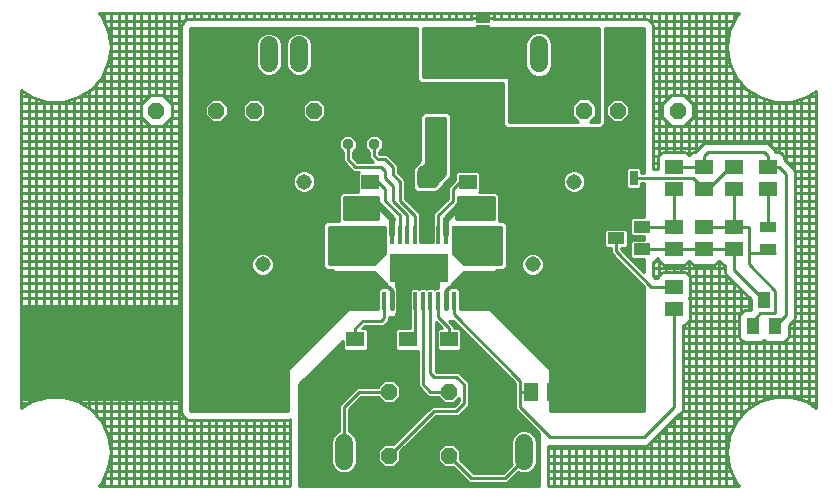
<source format=gbl>
G75*
G70*
%OFA0B0*%
%FSLAX24Y24*%
%IPPOS*%
%LPD*%
%AMOC8*
5,1,8,0,0,1.08239X$1,22.5*
%
%ADD10OC8,0.0520*%
%ADD11R,0.0591X0.0512*%
%ADD12R,0.0630X0.1063*%
%ADD13OC8,0.0400*%
%ADD14R,0.0118X0.0630*%
%ADD15R,0.1917X0.0945*%
%ADD16C,0.0515*%
%ADD17C,0.0600*%
%ADD18R,0.0551X0.0394*%
%ADD19R,0.0512X0.0591*%
%ADD20R,0.0551X0.0354*%
%ADD21R,0.0394X0.0551*%
%ADD22R,0.0250X0.0500*%
%ADD23R,0.0500X0.0250*%
%ADD24C,0.0100*%
%ADD25OC8,0.0357*%
%ADD26OC8,0.0278*%
%ADD27C,0.0200*%
%ADD28C,0.0240*%
D10*
X013900Y005375D03*
X015900Y005375D03*
X015900Y007500D03*
X013900Y007500D03*
X011400Y016875D03*
X009400Y016875D03*
X008150Y016875D03*
X006150Y016875D03*
X018400Y016875D03*
X020400Y016875D03*
X021525Y016875D03*
X023525Y016875D03*
D11*
X023400Y014999D03*
X023400Y014251D03*
X024400Y014251D03*
X024400Y014999D03*
X025400Y014999D03*
X025400Y014251D03*
X026525Y014251D03*
X026525Y014999D03*
X025400Y012999D03*
X025400Y012251D03*
X024400Y012251D03*
X024400Y012999D03*
X023400Y012999D03*
X023400Y012251D03*
X023400Y010999D03*
X023400Y010251D03*
X017275Y011251D03*
X017275Y011999D03*
X016525Y013751D03*
X016525Y014499D03*
X015150Y014624D03*
X015150Y013876D03*
X013275Y013751D03*
X013275Y014499D03*
X012400Y011999D03*
X012400Y011251D03*
X012775Y009249D03*
X012775Y008501D03*
X014525Y008501D03*
X014525Y009249D03*
X015900Y009249D03*
X015900Y008501D03*
D12*
X015451Y016125D03*
X014349Y016125D03*
D13*
X014668Y011887D03*
X015168Y011863D03*
X015680Y011875D03*
X015680Y011363D03*
X015180Y011387D03*
X014668Y011375D03*
X014156Y011363D03*
X014156Y011875D03*
D14*
X014260Y012727D03*
X014004Y012727D03*
X013748Y012727D03*
X013493Y012727D03*
X014516Y012727D03*
X014772Y012727D03*
X015028Y012727D03*
X015284Y012727D03*
X015540Y012727D03*
X015796Y012727D03*
X016052Y012727D03*
X016307Y012727D03*
X016307Y010523D03*
X016052Y010523D03*
X015796Y010523D03*
X015540Y010523D03*
X015284Y010523D03*
X015028Y010523D03*
X014772Y010523D03*
X014516Y010523D03*
X014260Y010523D03*
X014004Y010523D03*
X013748Y010523D03*
X013493Y010523D03*
D15*
X014900Y011625D03*
D16*
X018691Y011747D03*
X020069Y014503D03*
X011069Y014503D03*
X009691Y011747D03*
D17*
X011400Y005800D02*
X011400Y005200D01*
X012400Y005200D02*
X012400Y005800D01*
X017400Y005800D02*
X017400Y005200D01*
X018400Y005200D02*
X018400Y005800D01*
X018900Y018450D02*
X018900Y019050D01*
X019900Y019050D02*
X019900Y018450D01*
X015400Y018450D02*
X015400Y019050D01*
X014400Y019050D02*
X014400Y018450D01*
X010900Y018450D02*
X010900Y019050D01*
X009900Y019050D02*
X009900Y018450D01*
D18*
X021467Y012625D03*
X022333Y012251D03*
X022333Y012999D03*
D19*
X019399Y007500D03*
X018651Y007500D03*
D20*
X026525Y012251D03*
X026525Y012999D03*
D21*
X026400Y010558D03*
X026026Y009692D03*
X026774Y009692D03*
D22*
X022062Y014625D03*
X021738Y014625D03*
D23*
X017025Y019588D03*
X017025Y019912D03*
D24*
X010600Y004375D02*
X004223Y004375D01*
X004331Y004500D01*
X004550Y004979D01*
X004625Y005500D01*
X004550Y006021D01*
X004550Y006021D01*
X004331Y006500D01*
X004331Y006500D01*
X003986Y006898D01*
X003544Y007183D01*
X003038Y007331D01*
X002512Y007331D01*
X002235Y007250D01*
X001650Y007250D01*
X001650Y010375D01*
X006900Y010375D01*
X006900Y007250D01*
X003315Y007250D01*
X003038Y007331D01*
X002512Y007331D01*
X002006Y007183D01*
X001650Y006954D01*
X001650Y017546D01*
X002006Y017317D01*
X002006Y017317D01*
X002512Y017169D01*
X003038Y017169D01*
X003544Y017317D01*
X003986Y017602D01*
X004331Y018000D01*
X004550Y018479D01*
X004625Y019000D01*
X004550Y019521D01*
X004550Y019521D01*
X004331Y020000D01*
X004331Y020000D01*
X004227Y020120D01*
X025573Y020120D01*
X025469Y020000D01*
X025250Y019521D01*
X025175Y019000D01*
X025175Y019000D01*
X025250Y018479D01*
X025250Y018479D01*
X025469Y018000D01*
X025814Y017602D01*
X026256Y017317D01*
X026762Y017169D01*
X027288Y017169D01*
X027794Y017317D01*
X028142Y017541D01*
X028142Y006959D01*
X027794Y007183D01*
X027794Y007183D01*
X027288Y007331D01*
X026762Y007331D01*
X026256Y007183D01*
X025814Y006898D01*
X025469Y006500D01*
X025250Y006021D01*
X025175Y005500D01*
X025175Y005500D01*
X025250Y004979D01*
X025250Y004979D01*
X025469Y004500D01*
X025577Y004375D01*
X019200Y004375D01*
X025577Y004375D01*
X025469Y004500D02*
X025469Y004500D01*
X025412Y004625D02*
X019200Y004625D01*
X019200Y004875D02*
X025297Y004875D01*
X025400Y004650D02*
X025400Y004375D01*
X025150Y004375D02*
X025150Y011384D01*
X025146Y011388D02*
X025230Y011304D01*
X025953Y010581D01*
X025953Y010233D01*
X025955Y010228D01*
X025944Y010218D01*
X025779Y010218D01*
X025688Y010179D01*
X025617Y010109D01*
X025579Y010017D01*
X025579Y009367D01*
X025617Y009275D01*
X025688Y009204D01*
X025779Y009166D01*
X026273Y009166D01*
X026364Y009204D01*
X026400Y009240D01*
X026436Y009204D01*
X026527Y009166D01*
X027021Y009166D01*
X027112Y009204D01*
X027183Y009275D01*
X027221Y009367D01*
X027221Y009715D01*
X027404Y009898D01*
X027450Y010008D01*
X027450Y014810D01*
X027404Y014920D01*
X027154Y015170D01*
X027070Y015254D01*
X027070Y015305D01*
X027032Y015397D01*
X026962Y015467D01*
X026870Y015505D01*
X026796Y015505D01*
X026779Y015545D01*
X026695Y015629D01*
X026570Y015754D01*
X026460Y015800D01*
X024465Y015800D01*
X024355Y015754D01*
X024271Y015670D01*
X024146Y015545D01*
X024129Y015505D01*
X024055Y015505D01*
X023963Y015467D01*
X023900Y015404D01*
X023900Y016529D01*
X023996Y016625D02*
X028142Y016625D01*
X028142Y016375D02*
X023746Y016375D01*
X023736Y016365D02*
X024035Y016664D01*
X024035Y017086D01*
X023736Y017385D01*
X023314Y017385D01*
X023015Y017086D01*
X023015Y016664D01*
X023314Y016365D01*
X023736Y016365D01*
X023650Y016365D02*
X023650Y015505D01*
X023745Y015505D02*
X023055Y015505D01*
X022963Y015467D01*
X022893Y015397D01*
X022855Y015305D01*
X022855Y014925D01*
X022700Y014925D01*
X022700Y019685D01*
X022654Y019795D01*
X022570Y019879D01*
X022460Y019925D01*
X017416Y019925D01*
X017325Y019963D01*
X016725Y019963D01*
X016634Y019925D01*
X014685Y019925D01*
X014662Y019931D01*
X014626Y019925D01*
X007215Y019925D01*
X007105Y019879D01*
X007021Y019795D01*
X006975Y019685D01*
X006975Y006815D01*
X007021Y006705D01*
X007105Y006621D01*
X007215Y006575D01*
X008242Y006575D01*
X008269Y006569D01*
X008302Y006575D01*
X010585Y006575D01*
X010600Y006581D01*
X010600Y004375D01*
X004223Y004375D01*
X004331Y004500D02*
X004331Y004500D01*
X004388Y004625D02*
X010600Y004625D01*
X010600Y004875D02*
X004503Y004875D01*
X004550Y004979D02*
X004550Y004979D01*
X004571Y005125D02*
X010600Y005125D01*
X010600Y005375D02*
X004607Y005375D01*
X004607Y005625D02*
X010600Y005625D01*
X010600Y005875D02*
X004571Y005875D01*
X004503Y006125D02*
X010600Y006125D01*
X010600Y006375D02*
X004388Y006375D01*
X004400Y006350D02*
X004400Y018150D01*
X004388Y018125D02*
X006975Y018125D01*
X006975Y017875D02*
X004223Y017875D01*
X004150Y017791D02*
X004150Y006709D01*
X004223Y006625D02*
X007101Y006625D01*
X007150Y006602D02*
X007150Y004375D01*
X006900Y004375D02*
X006900Y020120D01*
X006650Y020120D02*
X006650Y017096D01*
X006660Y017086D02*
X006361Y017385D01*
X005939Y017385D01*
X005640Y017086D01*
X005640Y016664D01*
X005939Y016365D01*
X006361Y016365D01*
X006660Y016664D01*
X006660Y017086D01*
X006621Y017125D02*
X006975Y017125D01*
X006975Y016875D02*
X006660Y016875D01*
X006650Y016654D02*
X006650Y004375D01*
X006400Y004375D02*
X006400Y016404D01*
X006371Y016375D02*
X006975Y016375D01*
X006975Y016125D02*
X001650Y016125D01*
X001650Y015875D02*
X006975Y015875D01*
X006975Y015625D02*
X001650Y015625D01*
X001650Y015375D02*
X006975Y015375D01*
X006975Y015125D02*
X001650Y015125D01*
X001650Y014875D02*
X006975Y014875D01*
X006975Y014625D02*
X001650Y014625D01*
X001650Y014375D02*
X006975Y014375D01*
X006975Y014125D02*
X001650Y014125D01*
X001650Y013875D02*
X006975Y013875D01*
X006975Y013625D02*
X001650Y013625D01*
X001650Y013375D02*
X006975Y013375D01*
X006975Y013125D02*
X001650Y013125D01*
X001650Y012875D02*
X006975Y012875D01*
X006975Y012625D02*
X001650Y012625D01*
X001650Y012375D02*
X006975Y012375D01*
X006975Y012125D02*
X001650Y012125D01*
X001650Y011875D02*
X006975Y011875D01*
X006975Y011625D02*
X001650Y011625D01*
X001650Y011375D02*
X006975Y011375D01*
X006975Y011125D02*
X001650Y011125D01*
X001650Y010875D02*
X006975Y010875D01*
X006975Y010625D02*
X001650Y010625D01*
X001650Y010375D02*
X006975Y010375D01*
X006900Y010331D02*
X001650Y010331D01*
X001650Y010232D02*
X006900Y010232D01*
X006900Y010134D02*
X001650Y010134D01*
X001650Y010125D02*
X006975Y010125D01*
X006900Y010035D02*
X001650Y010035D01*
X001650Y009937D02*
X006900Y009937D01*
X006975Y009875D02*
X001650Y009875D01*
X001650Y009838D02*
X006900Y009838D01*
X006900Y009740D02*
X001650Y009740D01*
X001650Y009641D02*
X006900Y009641D01*
X006975Y009625D02*
X001650Y009625D01*
X001650Y009543D02*
X006900Y009543D01*
X006900Y009444D02*
X001650Y009444D01*
X001650Y009375D02*
X006975Y009375D01*
X006900Y009346D02*
X001650Y009346D01*
X001650Y009247D02*
X006900Y009247D01*
X006900Y009149D02*
X001650Y009149D01*
X001650Y009125D02*
X006975Y009125D01*
X006900Y009050D02*
X001650Y009050D01*
X001650Y008952D02*
X006900Y008952D01*
X006900Y008853D02*
X001650Y008853D01*
X001650Y008875D02*
X006975Y008875D01*
X006900Y008755D02*
X001650Y008755D01*
X001650Y008656D02*
X006900Y008656D01*
X006975Y008625D02*
X001650Y008625D01*
X001650Y008558D02*
X006900Y008558D01*
X006900Y008459D02*
X001650Y008459D01*
X001650Y008375D02*
X006975Y008375D01*
X006900Y008361D02*
X001650Y008361D01*
X001650Y008262D02*
X006900Y008262D01*
X006900Y008164D02*
X001650Y008164D01*
X001650Y008125D02*
X006975Y008125D01*
X006900Y008065D02*
X001650Y008065D01*
X001650Y007967D02*
X006900Y007967D01*
X006900Y007868D02*
X001650Y007868D01*
X001650Y007875D02*
X006975Y007875D01*
X006900Y007770D02*
X001650Y007770D01*
X001650Y007671D02*
X006900Y007671D01*
X006975Y007625D02*
X001650Y007625D01*
X001650Y007573D02*
X006900Y007573D01*
X006900Y007474D02*
X001650Y007474D01*
X001650Y007376D02*
X006900Y007376D01*
X006975Y007375D02*
X001650Y007375D01*
X001650Y007277D02*
X002327Y007277D01*
X002400Y007298D02*
X002400Y017202D01*
X002650Y017169D02*
X002650Y007331D01*
X002900Y007331D02*
X002900Y017169D01*
X003150Y017202D02*
X003150Y007298D01*
X003223Y007277D02*
X006900Y007277D01*
X006975Y007125D02*
X003633Y007125D01*
X003650Y007114D02*
X003650Y017386D01*
X003633Y017375D02*
X005929Y017375D01*
X005900Y017346D02*
X005900Y020120D01*
X005650Y020120D02*
X005650Y017096D01*
X005679Y017125D02*
X001650Y017125D01*
X001650Y016875D02*
X005640Y016875D01*
X005650Y016654D02*
X005650Y004375D01*
X005400Y004375D02*
X005400Y020120D01*
X005150Y020120D02*
X005150Y004375D01*
X004900Y004375D02*
X004900Y020120D01*
X004650Y020120D02*
X004650Y004375D01*
X004400Y004375D02*
X004400Y004650D01*
X005900Y004375D02*
X005900Y016404D01*
X005929Y016375D02*
X001650Y016375D01*
X001650Y016625D02*
X005679Y016625D01*
X006150Y016365D02*
X006150Y004375D01*
X007400Y004375D02*
X007400Y006575D01*
X007650Y006575D02*
X007650Y004375D01*
X007900Y004375D02*
X007900Y006575D01*
X008150Y006575D02*
X008150Y004375D01*
X008400Y004375D02*
X008400Y006575D01*
X008650Y006575D02*
X008650Y004375D01*
X008900Y004375D02*
X008900Y006575D01*
X009150Y006575D02*
X009150Y004375D01*
X009400Y004375D02*
X009400Y006575D01*
X009650Y006575D02*
X009650Y004375D01*
X009900Y004375D02*
X009900Y006575D01*
X010150Y006575D02*
X010150Y004375D01*
X010400Y004375D02*
X010400Y006575D01*
X010525Y006875D02*
X008275Y006875D01*
X007275Y006875D01*
X007275Y019625D01*
X014650Y019625D01*
X014825Y018525D01*
X014825Y017917D01*
X014942Y017800D01*
X017700Y017800D01*
X017700Y016417D01*
X017817Y016300D01*
X020983Y016300D01*
X021100Y016417D01*
X021100Y019625D01*
X022400Y019625D01*
X022400Y014795D01*
X022307Y014795D01*
X022307Y014925D01*
X022237Y014995D01*
X021887Y014995D01*
X021817Y014925D01*
X021817Y014325D01*
X021887Y014255D01*
X022237Y014255D01*
X022307Y014325D01*
X022307Y014455D01*
X022400Y014455D01*
X022400Y013316D01*
X022008Y013316D01*
X021937Y013246D01*
X021937Y012752D01*
X022008Y012682D01*
X022400Y012682D01*
X022400Y012568D01*
X022008Y012568D01*
X021937Y012498D01*
X021937Y012004D01*
X022008Y011934D01*
X022400Y011934D01*
X022400Y011490D01*
X021637Y012253D01*
X021637Y012308D01*
X021792Y012308D01*
X021863Y012378D01*
X021863Y012872D01*
X021792Y012942D01*
X021142Y012942D01*
X021071Y012872D01*
X021071Y012378D01*
X021142Y012308D01*
X021297Y012308D01*
X021297Y012113D01*
X022400Y011010D01*
X022400Y008625D01*
X020400Y008625D01*
X017475Y011550D01*
X017733Y011550D01*
X017850Y011667D01*
X017850Y013083D01*
X017733Y013200D01*
X017570Y013200D01*
X017570Y013248D01*
X017573Y013251D01*
X017573Y013499D01*
X017570Y013502D01*
X017570Y013623D01*
X017573Y013626D01*
X017573Y013874D01*
X017570Y013877D01*
X017570Y014070D01*
X017470Y014170D01*
X016917Y014170D01*
X016940Y014193D01*
X016940Y014805D01*
X016870Y014875D01*
X016180Y014875D01*
X016110Y014805D01*
X016110Y014575D01*
X016105Y014570D01*
X015855Y014320D01*
X015855Y013945D01*
X015467Y013558D01*
X014850Y014175D01*
X015483Y014175D01*
X015509Y014202D01*
X015524Y014202D01*
X015698Y014376D01*
X015698Y014391D01*
X015858Y014550D01*
X015975Y014667D01*
X015975Y016708D01*
X015858Y016825D01*
X015067Y016825D01*
X014950Y016708D01*
X014950Y015208D01*
X014916Y015173D01*
X014901Y015173D01*
X014727Y014999D01*
X014727Y014984D01*
X014700Y014958D01*
X014700Y014325D01*
X014400Y014625D01*
X014400Y019625D01*
X014825Y019625D01*
X014825Y017917D01*
X014940Y017802D01*
X015095Y016825D01*
X015067Y016825D01*
X014950Y016708D01*
X014950Y015208D01*
X014916Y015173D01*
X014901Y015173D01*
X014727Y014999D01*
X014727Y014984D01*
X014700Y014958D01*
X014700Y014292D01*
X014817Y014175D01*
X015483Y014175D01*
X015509Y014202D01*
X015513Y014202D01*
X015525Y014125D01*
X015525Y013625D01*
X015275Y013375D01*
X015025Y013375D01*
X014942Y013324D01*
X014942Y013448D01*
X014445Y013945D01*
X014445Y014570D01*
X014195Y014820D01*
X014195Y015070D01*
X013945Y015320D01*
X013845Y015420D01*
X013595Y015420D01*
X013570Y015445D01*
X013570Y015498D01*
X013698Y015626D01*
X013698Y015874D01*
X013524Y016048D01*
X013276Y016048D01*
X013102Y015874D01*
X013102Y015626D01*
X013230Y015498D01*
X013230Y015305D01*
X013330Y015205D01*
X013365Y015170D01*
X012845Y015170D01*
X012695Y015320D01*
X012695Y015498D01*
X012823Y015626D01*
X012823Y015874D01*
X012649Y016048D01*
X012401Y016048D01*
X012227Y015874D01*
X012227Y015626D01*
X012355Y015498D01*
X012355Y015180D01*
X012455Y015080D01*
X012705Y014830D01*
X012885Y014830D01*
X012860Y014805D01*
X012860Y014193D01*
X012883Y014170D01*
X012330Y014170D01*
X012230Y014070D01*
X012230Y013877D01*
X012227Y013874D01*
X012227Y013626D01*
X012230Y013623D01*
X012230Y013502D01*
X012227Y013499D01*
X012227Y013251D01*
X012230Y013248D01*
X012230Y013200D01*
X011817Y013200D01*
X011700Y013083D01*
X011700Y011667D01*
X011817Y011550D01*
X012047Y011550D01*
X011150Y011000D01*
X008275Y006875D01*
X008275Y009000D01*
X010650Y011500D01*
X013400Y011500D01*
X013791Y011109D01*
X013791Y011090D01*
X013879Y011003D01*
X013897Y011003D01*
X014025Y010875D01*
X014025Y010250D01*
X013957Y010250D01*
X013957Y010900D01*
X013870Y010988D01*
X013627Y010988D01*
X013539Y010900D01*
X013539Y010250D01*
X012525Y010250D01*
X010525Y008250D01*
X010525Y006875D01*
X010525Y006883D02*
X008275Y006883D01*
X008281Y006883D02*
X007275Y006883D01*
X007275Y006982D02*
X008349Y006982D01*
X008275Y006982D02*
X010525Y006982D01*
X010525Y007080D02*
X008275Y007080D01*
X008275Y007179D02*
X010525Y007179D01*
X010525Y007277D02*
X008275Y007277D01*
X008275Y007376D02*
X010525Y007376D01*
X010525Y007474D02*
X008275Y007474D01*
X008275Y007573D02*
X010525Y007573D01*
X010525Y007671D02*
X008275Y007671D01*
X008275Y007770D02*
X010525Y007770D01*
X010525Y007868D02*
X008275Y007868D01*
X008275Y007967D02*
X010525Y007967D01*
X010525Y008065D02*
X008275Y008065D01*
X008275Y008164D02*
X010525Y008164D01*
X010537Y008262D02*
X008275Y008262D01*
X008275Y008361D02*
X010636Y008361D01*
X010734Y008459D02*
X008275Y008459D01*
X008275Y008558D02*
X010833Y008558D01*
X010931Y008656D02*
X008275Y008656D01*
X008275Y008755D02*
X011030Y008755D01*
X011128Y008853D02*
X008275Y008853D01*
X008275Y008952D02*
X011227Y008952D01*
X011325Y009050D02*
X008323Y009050D01*
X008416Y009149D02*
X011424Y009149D01*
X011522Y009247D02*
X008510Y009247D01*
X008603Y009346D02*
X011621Y009346D01*
X011719Y009444D02*
X008697Y009444D01*
X008790Y009543D02*
X011818Y009543D01*
X011916Y009641D02*
X008884Y009641D01*
X008978Y009740D02*
X012015Y009740D01*
X012113Y009838D02*
X009071Y009838D01*
X009165Y009937D02*
X012212Y009937D01*
X012310Y010035D02*
X009258Y010035D01*
X009352Y010134D02*
X012409Y010134D01*
X012507Y010232D02*
X009445Y010232D01*
X009539Y010331D02*
X013539Y010331D01*
X013539Y010429D02*
X009633Y010429D01*
X009726Y010528D02*
X013539Y010528D01*
X013493Y010523D02*
X013493Y011000D01*
X013525Y011000D02*
X013900Y011000D01*
X014004Y010896D01*
X014004Y010523D01*
X014025Y010528D02*
X013957Y010528D01*
X013957Y010626D02*
X014025Y010626D01*
X014025Y010725D02*
X013957Y010725D01*
X013957Y010823D02*
X014025Y010823D01*
X013978Y010922D02*
X013936Y010922D01*
X013862Y011020D02*
X010194Y011020D01*
X010100Y010922D02*
X013561Y010922D01*
X013539Y010823D02*
X010007Y010823D01*
X009913Y010725D02*
X013539Y010725D01*
X013539Y010626D02*
X009820Y010626D01*
X010288Y011119D02*
X013781Y011119D01*
X013683Y011217D02*
X010381Y011217D01*
X010475Y011316D02*
X013584Y011316D01*
X013486Y011414D02*
X010568Y011414D01*
X010044Y011611D02*
X011756Y011611D01*
X011700Y011710D02*
X010069Y011710D01*
X010069Y011672D02*
X010011Y011533D01*
X009905Y011427D01*
X009766Y011370D01*
X009616Y011370D01*
X009478Y011427D01*
X009371Y011533D01*
X009314Y011672D01*
X009314Y011822D01*
X009371Y011961D01*
X009478Y012067D01*
X009616Y012125D01*
X009766Y012125D01*
X009905Y012067D01*
X010011Y011961D01*
X010069Y011822D01*
X010069Y011672D01*
X010069Y011808D02*
X011700Y011808D01*
X011700Y011907D02*
X010034Y011907D01*
X009967Y012005D02*
X011700Y012005D01*
X011700Y012104D02*
X009817Y012104D01*
X009566Y012104D02*
X007275Y012104D01*
X007275Y012202D02*
X011700Y012202D01*
X011700Y012301D02*
X007275Y012301D01*
X007275Y012399D02*
X011700Y012399D01*
X011700Y012498D02*
X007275Y012498D01*
X007275Y012596D02*
X011700Y012596D01*
X011700Y012695D02*
X007275Y012695D01*
X007275Y012793D02*
X011700Y012793D01*
X011700Y012892D02*
X007275Y012892D01*
X007275Y012990D02*
X011700Y012990D01*
X011706Y013089D02*
X007275Y013089D01*
X007275Y013187D02*
X011804Y013187D01*
X011900Y013000D02*
X013754Y013000D01*
X013754Y012678D01*
X013775Y012628D01*
X013775Y012125D01*
X013400Y011750D01*
X011900Y011750D01*
X011900Y013000D01*
X011900Y012990D02*
X013754Y012990D01*
X013754Y012892D02*
X011900Y012892D01*
X011900Y012793D02*
X013754Y012793D01*
X013754Y012695D02*
X011900Y012695D01*
X011900Y012596D02*
X013775Y012596D01*
X013775Y012498D02*
X011900Y012498D01*
X011900Y012399D02*
X013775Y012399D01*
X013775Y012301D02*
X011900Y012301D01*
X011900Y012202D02*
X013775Y012202D01*
X013754Y012104D02*
X011900Y012104D01*
X011900Y012005D02*
X013655Y012005D01*
X013557Y011907D02*
X011900Y011907D01*
X011900Y011808D02*
X013458Y011808D01*
X014150Y011375D02*
X015525Y011375D01*
X015525Y010958D01*
X015431Y010958D01*
X015412Y010938D01*
X015393Y010958D01*
X015175Y010958D01*
X015156Y010938D01*
X015137Y010958D01*
X014919Y010958D01*
X014900Y010938D01*
X014881Y010958D01*
X014663Y010958D01*
X014593Y010887D01*
X014593Y010158D01*
X014602Y010149D01*
X014602Y009625D01*
X014180Y009625D01*
X014110Y009555D01*
X014110Y008943D01*
X014180Y008873D01*
X014858Y008873D01*
X014858Y007823D01*
X014855Y007820D01*
X014855Y007680D01*
X014955Y007580D01*
X015205Y007330D01*
X015533Y007330D01*
X015743Y007120D01*
X016057Y007120D01*
X016230Y007293D01*
X016230Y007195D01*
X016080Y007045D01*
X015330Y007045D01*
X014040Y005755D01*
X013743Y005755D01*
X013520Y005532D01*
X013520Y005218D01*
X013743Y004995D01*
X014057Y004995D01*
X014280Y005218D01*
X014280Y005515D01*
X015470Y006705D01*
X016220Y006705D01*
X016320Y006805D01*
X016570Y007055D01*
X016570Y007820D01*
X016470Y007920D01*
X016220Y008170D01*
X015470Y008170D01*
X015454Y008187D01*
X015454Y009831D01*
X015660Y009625D01*
X015555Y009625D01*
X015485Y009555D01*
X015485Y008943D01*
X015555Y008873D01*
X016245Y008873D01*
X016315Y008943D01*
X016315Y009555D01*
X016245Y009625D01*
X016070Y009625D01*
X016070Y009695D01*
X015970Y009795D01*
X015890Y009875D01*
X016035Y009875D01*
X018105Y007805D01*
X018105Y006930D01*
X018900Y006135D01*
X018900Y004375D01*
X010900Y004375D01*
X010900Y007750D01*
X012360Y009210D01*
X012360Y008943D01*
X012430Y008873D01*
X013120Y008873D01*
X013190Y008943D01*
X013190Y009555D01*
X013120Y009625D01*
X013015Y009625D01*
X013095Y009705D01*
X013720Y009705D01*
X013820Y009805D01*
X013918Y009903D01*
X013918Y010000D01*
X014150Y010000D01*
X014150Y010125D01*
X014183Y010158D01*
X014183Y010887D01*
X014174Y010896D01*
X014174Y010966D01*
X014150Y010990D01*
X014150Y011375D01*
X014150Y011316D02*
X015525Y011316D01*
X015525Y011217D02*
X014150Y011217D01*
X014150Y011119D02*
X015525Y011119D01*
X015525Y011020D02*
X014150Y011020D01*
X014174Y010922D02*
X014627Y010922D01*
X014593Y010823D02*
X014183Y010823D01*
X014183Y010725D02*
X014593Y010725D01*
X014593Y010626D02*
X014183Y010626D01*
X014183Y010528D02*
X014593Y010528D01*
X014593Y010429D02*
X014183Y010429D01*
X014183Y010331D02*
X014593Y010331D01*
X014593Y010232D02*
X014183Y010232D01*
X014159Y010134D02*
X014602Y010134D01*
X014602Y010035D02*
X014150Y010035D01*
X013918Y009937D02*
X014602Y009937D01*
X014602Y009838D02*
X013853Y009838D01*
X013755Y009740D02*
X014602Y009740D01*
X014602Y009641D02*
X013031Y009641D01*
X013190Y009543D02*
X014110Y009543D01*
X014110Y009444D02*
X013190Y009444D01*
X013190Y009346D02*
X014110Y009346D01*
X014110Y009247D02*
X013190Y009247D01*
X013190Y009149D02*
X014110Y009149D01*
X014110Y009050D02*
X013190Y009050D01*
X013190Y008952D02*
X014110Y008952D01*
X014400Y009125D02*
X014525Y009249D01*
X014400Y009125D02*
X014772Y009497D01*
X014772Y010523D01*
X015028Y010523D02*
X015028Y007753D01*
X015025Y007750D01*
X015275Y007500D01*
X015900Y007500D01*
X016214Y007277D02*
X016230Y007277D01*
X016213Y007179D02*
X016116Y007179D01*
X016115Y007080D02*
X012720Y007080D01*
X012622Y006982D02*
X015266Y006982D01*
X015168Y006883D02*
X012570Y006883D01*
X012570Y006930D02*
X012970Y007330D01*
X013533Y007330D01*
X013743Y007120D01*
X014057Y007120D01*
X014280Y007343D01*
X014280Y007657D01*
X014057Y007880D01*
X013743Y007880D01*
X013533Y007670D01*
X012830Y007670D01*
X012230Y007070D01*
X012230Y006184D01*
X012162Y006156D01*
X012044Y006038D01*
X011980Y005884D01*
X011980Y005116D01*
X012044Y004962D01*
X012162Y004844D01*
X012316Y004780D01*
X012484Y004780D01*
X012638Y004844D01*
X012756Y004962D01*
X012820Y005116D01*
X012820Y005884D01*
X012756Y006038D01*
X012638Y006156D01*
X012570Y006184D01*
X012570Y006930D01*
X012570Y006785D02*
X015069Y006785D01*
X014971Y006686D02*
X012570Y006686D01*
X012570Y006588D02*
X014872Y006588D01*
X014774Y006489D02*
X012570Y006489D01*
X012570Y006391D02*
X014675Y006391D01*
X014577Y006292D02*
X012570Y006292D01*
X012570Y006194D02*
X014478Y006194D01*
X014380Y006095D02*
X012699Y006095D01*
X012773Y005997D02*
X014281Y005997D01*
X014183Y005898D02*
X012814Y005898D01*
X012820Y005800D02*
X014084Y005800D01*
X014368Y005603D02*
X015590Y005603D01*
X015520Y005532D02*
X015743Y005755D01*
X016057Y005755D01*
X016280Y005532D01*
X016280Y005235D01*
X016720Y004795D01*
X017705Y004795D01*
X017993Y005084D01*
X017980Y005116D01*
X017980Y005884D01*
X018044Y006038D01*
X018162Y006156D01*
X018316Y006220D01*
X018484Y006220D01*
X018638Y006156D01*
X018756Y006038D01*
X018820Y005884D01*
X018820Y005116D01*
X018756Y004962D01*
X018638Y004844D01*
X018484Y004780D01*
X018316Y004780D01*
X018213Y004823D01*
X017845Y004455D01*
X016580Y004455D01*
X016480Y004555D01*
X016040Y004995D01*
X015743Y004995D01*
X015520Y005218D01*
X015520Y005532D01*
X015520Y005504D02*
X014280Y005504D01*
X014280Y005406D02*
X015520Y005406D01*
X015520Y005307D02*
X014280Y005307D01*
X014271Y005209D02*
X015529Y005209D01*
X015628Y005110D02*
X014172Y005110D01*
X014074Y005012D02*
X015726Y005012D01*
X015900Y005375D02*
X016650Y004625D01*
X017775Y004625D01*
X018400Y005250D01*
X018400Y005500D01*
X017980Y005504D02*
X016280Y005504D01*
X016280Y005406D02*
X017980Y005406D01*
X017980Y005307D02*
X016280Y005307D01*
X016307Y005209D02*
X017980Y005209D01*
X017983Y005110D02*
X016405Y005110D01*
X016504Y005012D02*
X017921Y005012D01*
X017823Y004913D02*
X016602Y004913D01*
X016701Y004815D02*
X017724Y004815D01*
X018008Y004618D02*
X018900Y004618D01*
X018900Y004716D02*
X018106Y004716D01*
X018205Y004815D02*
X018233Y004815D01*
X018567Y004815D02*
X018900Y004815D01*
X018900Y004913D02*
X018707Y004913D01*
X018777Y005012D02*
X018900Y005012D01*
X018900Y005110D02*
X018817Y005110D01*
X018820Y005209D02*
X018900Y005209D01*
X018900Y005307D02*
X018820Y005307D01*
X018820Y005406D02*
X018900Y005406D01*
X018900Y005504D02*
X018820Y005504D01*
X018820Y005603D02*
X018900Y005603D01*
X018900Y005701D02*
X018820Y005701D01*
X018820Y005800D02*
X018900Y005800D01*
X018900Y005898D02*
X018814Y005898D01*
X018773Y005997D02*
X018900Y005997D01*
X018900Y006095D02*
X018699Y006095D01*
X018841Y006194D02*
X018548Y006194D01*
X018743Y006292D02*
X015057Y006292D01*
X014959Y006194D02*
X018252Y006194D01*
X018101Y006095D02*
X014860Y006095D01*
X014762Y005997D02*
X018027Y005997D01*
X017986Y005898D02*
X014663Y005898D01*
X014565Y005800D02*
X017980Y005800D01*
X017980Y005701D02*
X016111Y005701D01*
X016210Y005603D02*
X017980Y005603D01*
X018644Y006391D02*
X015156Y006391D01*
X015254Y006489D02*
X018546Y006489D01*
X018447Y006588D02*
X015353Y006588D01*
X015451Y006686D02*
X018349Y006686D01*
X018250Y006785D02*
X016300Y006785D01*
X016398Y006883D02*
X018152Y006883D01*
X018105Y006982D02*
X016497Y006982D01*
X016570Y007080D02*
X018105Y007080D01*
X018105Y007179D02*
X016570Y007179D01*
X016570Y007277D02*
X018105Y007277D01*
X018105Y007376D02*
X016570Y007376D01*
X016570Y007474D02*
X018105Y007474D01*
X018105Y007573D02*
X016570Y007573D01*
X016570Y007671D02*
X018105Y007671D01*
X018105Y007770D02*
X016570Y007770D01*
X016522Y007868D02*
X018042Y007868D01*
X017943Y007967D02*
X016424Y007967D01*
X016325Y008065D02*
X017845Y008065D01*
X017746Y008164D02*
X016227Y008164D01*
X016150Y008000D02*
X016400Y007750D01*
X016400Y007125D01*
X016150Y006875D01*
X015400Y006875D01*
X013900Y005375D01*
X013628Y005110D02*
X012817Y005110D01*
X012820Y005209D02*
X013529Y005209D01*
X013520Y005307D02*
X012820Y005307D01*
X012820Y005406D02*
X013520Y005406D01*
X013520Y005504D02*
X012820Y005504D01*
X012820Y005603D02*
X013590Y005603D01*
X013689Y005701D02*
X012820Y005701D01*
X012400Y005500D02*
X012400Y007000D01*
X012900Y007500D01*
X013900Y007500D01*
X014214Y007277D02*
X015586Y007277D01*
X015684Y007179D02*
X014116Y007179D01*
X014280Y007376D02*
X015159Y007376D01*
X015061Y007474D02*
X014280Y007474D01*
X014280Y007573D02*
X014962Y007573D01*
X014864Y007671D02*
X014266Y007671D01*
X014168Y007770D02*
X014855Y007770D01*
X014858Y007868D02*
X014069Y007868D01*
X013731Y007868D02*
X011018Y007868D01*
X010920Y007770D02*
X013632Y007770D01*
X013534Y007671D02*
X010900Y007671D01*
X010900Y007573D02*
X012732Y007573D01*
X012634Y007474D02*
X010900Y007474D01*
X010900Y007376D02*
X012535Y007376D01*
X012437Y007277D02*
X010900Y007277D01*
X010900Y007179D02*
X012338Y007179D01*
X012240Y007080D02*
X010900Y007080D01*
X010900Y006982D02*
X012230Y006982D01*
X012230Y006883D02*
X010900Y006883D01*
X010900Y006785D02*
X012230Y006785D01*
X012230Y006686D02*
X010900Y006686D01*
X010900Y006588D02*
X012230Y006588D01*
X012230Y006489D02*
X010900Y006489D01*
X010900Y006391D02*
X012230Y006391D01*
X012230Y006292D02*
X010900Y006292D01*
X010900Y006194D02*
X012230Y006194D01*
X012101Y006095D02*
X010900Y006095D01*
X010900Y005997D02*
X012027Y005997D01*
X011986Y005898D02*
X010900Y005898D01*
X010900Y005800D02*
X011980Y005800D01*
X011980Y005701D02*
X010900Y005701D01*
X010900Y005603D02*
X011980Y005603D01*
X011980Y005504D02*
X010900Y005504D01*
X010900Y005406D02*
X011980Y005406D01*
X011980Y005307D02*
X010900Y005307D01*
X010900Y005209D02*
X011980Y005209D01*
X011983Y005110D02*
X010900Y005110D01*
X010900Y005012D02*
X012023Y005012D01*
X012093Y004913D02*
X010900Y004913D01*
X010900Y004815D02*
X012233Y004815D01*
X012567Y004815D02*
X016220Y004815D01*
X016122Y004913D02*
X012707Y004913D01*
X012777Y005012D02*
X013726Y005012D01*
X014466Y005701D02*
X015689Y005701D01*
X016319Y004716D02*
X010900Y004716D01*
X010900Y004618D02*
X016417Y004618D01*
X016516Y004519D02*
X010900Y004519D01*
X010900Y004421D02*
X018900Y004421D01*
X018900Y004519D02*
X017909Y004519D01*
X019200Y004375D02*
X019200Y005706D01*
X019215Y005700D01*
X022460Y005700D01*
X022570Y005746D01*
X023570Y006746D01*
X023654Y006830D01*
X023700Y006940D01*
X023700Y009745D01*
X023745Y009745D01*
X023837Y009783D01*
X023907Y009853D01*
X023945Y009945D01*
X023945Y010557D01*
X023917Y010625D01*
X025909Y010625D01*
X025900Y010634D02*
X025900Y010218D01*
X025953Y010375D02*
X023945Y010375D01*
X023945Y010125D02*
X025633Y010125D01*
X025650Y010142D02*
X025650Y010884D01*
X025659Y010875D02*
X023945Y010875D01*
X023945Y010693D02*
X023945Y011305D01*
X023907Y011397D01*
X023837Y011467D01*
X023745Y011505D01*
X023055Y011505D01*
X022963Y011467D01*
X022893Y011397D01*
X022855Y011305D01*
X022855Y011300D01*
X022774Y011300D01*
X022700Y011374D01*
X022700Y011821D01*
X022750Y011842D01*
X022821Y011913D01*
X022837Y011951D01*
X022855Y011951D01*
X022855Y011945D01*
X022893Y011853D01*
X022963Y011783D01*
X023055Y011745D01*
X023745Y011745D01*
X023837Y011783D01*
X023900Y011846D01*
X023900Y011404D01*
X023916Y011375D02*
X025159Y011375D01*
X025146Y011388D02*
X025100Y011498D01*
X025100Y011745D01*
X025055Y011745D01*
X024963Y011783D01*
X024900Y011846D01*
X024900Y004375D01*
X024650Y004375D02*
X024650Y011745D01*
X024745Y011745D02*
X024837Y011783D01*
X024900Y011846D01*
X024745Y011745D02*
X024055Y011745D01*
X023963Y011783D01*
X023900Y011846D01*
X023650Y011745D02*
X023650Y011505D01*
X023400Y011505D02*
X023400Y011745D01*
X023150Y011745D02*
X023150Y011505D01*
X022900Y011404D02*
X022900Y011846D01*
X022884Y011875D02*
X022783Y011875D01*
X022700Y011625D02*
X025100Y011625D01*
X025400Y011558D02*
X026400Y010558D01*
X026775Y010875D02*
X026775Y010125D01*
X026275Y010125D01*
X026026Y009874D01*
X026026Y009692D01*
X025579Y009625D02*
X023700Y009625D01*
X023700Y009375D02*
X025579Y009375D01*
X025650Y009242D02*
X025650Y006709D01*
X025577Y006625D02*
X023449Y006625D01*
X023400Y006576D02*
X023400Y004375D01*
X023150Y004375D02*
X023150Y006326D01*
X023199Y006375D02*
X025412Y006375D01*
X025400Y006350D02*
X025400Y011134D01*
X025409Y011125D02*
X023945Y011125D01*
X023945Y010693D02*
X023917Y010625D01*
X023400Y010251D02*
X023400Y007000D01*
X022400Y006000D01*
X019275Y006000D01*
X018275Y007000D01*
X018275Y007500D01*
X018651Y007500D01*
X018275Y007500D02*
X018275Y007875D01*
X016052Y010098D01*
X016052Y010523D01*
X016261Y010528D02*
X020414Y010528D01*
X020286Y010626D02*
X016261Y010626D01*
X016261Y010725D02*
X020158Y010725D01*
X020030Y010823D02*
X016261Y010823D01*
X016261Y010900D02*
X016173Y010988D01*
X015930Y010988D01*
X015843Y010900D01*
X015843Y010250D01*
X015775Y010250D01*
X015775Y010875D01*
X015903Y011003D01*
X015921Y011003D01*
X016009Y011090D01*
X016009Y011109D01*
X016400Y011500D01*
X018362Y011500D01*
X018461Y011402D01*
X018610Y011340D01*
X018772Y011340D01*
X018922Y011402D01*
X019021Y011500D01*
X019150Y011500D01*
X022400Y009000D01*
X022400Y006875D01*
X019275Y006875D01*
X019275Y008250D01*
X017275Y010250D01*
X016261Y010250D01*
X016261Y010900D01*
X016239Y010922D02*
X019902Y010922D01*
X019774Y011020D02*
X015938Y011020D01*
X015900Y011000D02*
X016275Y011000D01*
X016307Y011000D02*
X016307Y010523D01*
X016261Y010429D02*
X020542Y010429D01*
X020670Y010331D02*
X016261Y010331D01*
X015843Y010331D02*
X015775Y010331D01*
X015775Y010429D02*
X015843Y010429D01*
X015843Y010528D02*
X015775Y010528D01*
X015796Y010523D02*
X015796Y010896D01*
X015900Y011000D01*
X015864Y010922D02*
X015822Y010922D01*
X015843Y010823D02*
X015775Y010823D01*
X015775Y010725D02*
X015843Y010725D01*
X015843Y010626D02*
X015775Y010626D01*
X015540Y010523D02*
X015540Y009985D01*
X015900Y009625D01*
X015900Y009249D01*
X016315Y009247D02*
X016663Y009247D01*
X016761Y009149D02*
X016315Y009149D01*
X016315Y009050D02*
X016860Y009050D01*
X016958Y008952D02*
X016315Y008952D01*
X016315Y009346D02*
X016564Y009346D01*
X016466Y009444D02*
X016315Y009444D01*
X016315Y009543D02*
X016367Y009543D01*
X016269Y009641D02*
X016070Y009641D01*
X016026Y009740D02*
X016170Y009740D01*
X016072Y009838D02*
X015927Y009838D01*
X015644Y009641D02*
X015454Y009641D01*
X015454Y009543D02*
X015485Y009543D01*
X015485Y009444D02*
X015454Y009444D01*
X015454Y009346D02*
X015485Y009346D01*
X015485Y009247D02*
X015454Y009247D01*
X015454Y009149D02*
X015485Y009149D01*
X015485Y009050D02*
X015454Y009050D01*
X015454Y008952D02*
X015485Y008952D01*
X015454Y008853D02*
X017057Y008853D01*
X017155Y008755D02*
X015454Y008755D01*
X015454Y008656D02*
X017254Y008656D01*
X017352Y008558D02*
X015454Y008558D01*
X015454Y008459D02*
X017451Y008459D01*
X017549Y008361D02*
X015454Y008361D01*
X015454Y008262D02*
X017648Y008262D01*
X018475Y009050D02*
X022335Y009050D01*
X022400Y009050D02*
X019975Y009050D01*
X020073Y008952D02*
X022400Y008952D01*
X018573Y008952D01*
X018672Y008853D02*
X022400Y008853D01*
X020172Y008853D01*
X020270Y008755D02*
X022400Y008755D01*
X018770Y008755D01*
X018869Y008656D02*
X022400Y008656D01*
X020369Y008656D01*
X019876Y009149D02*
X022400Y009149D01*
X022400Y009247D02*
X019778Y009247D01*
X019679Y009346D02*
X022400Y009346D01*
X022400Y009444D02*
X019581Y009444D01*
X019482Y009543D02*
X022400Y009543D01*
X022400Y009641D02*
X019384Y009641D01*
X019285Y009740D02*
X022400Y009740D01*
X022400Y009838D02*
X019187Y009838D01*
X019088Y009937D02*
X022400Y009937D01*
X022400Y010035D02*
X018990Y010035D01*
X018891Y010134D02*
X022400Y010134D01*
X022400Y010232D02*
X018793Y010232D01*
X018694Y010331D02*
X022400Y010331D01*
X022400Y010429D02*
X018596Y010429D01*
X018497Y010528D02*
X022400Y010528D01*
X022400Y010626D02*
X018399Y010626D01*
X018300Y010725D02*
X022400Y010725D01*
X022400Y010823D02*
X018202Y010823D01*
X018103Y010922D02*
X022400Y010922D01*
X022390Y011020D02*
X018005Y011020D01*
X017906Y011119D02*
X022291Y011119D01*
X022193Y011217D02*
X017808Y011217D01*
X017709Y011316D02*
X022094Y011316D01*
X021996Y011414D02*
X018874Y011414D01*
X018905Y011427D02*
X019011Y011533D01*
X019069Y011672D01*
X019069Y011822D01*
X019011Y011961D01*
X018905Y012067D01*
X018766Y012125D01*
X018616Y012125D01*
X018478Y012067D01*
X018371Y011961D01*
X018314Y011822D01*
X018314Y011672D01*
X018371Y011533D01*
X018478Y011427D01*
X018616Y011370D01*
X018766Y011370D01*
X018905Y011427D01*
X018935Y011414D02*
X019262Y011414D01*
X019390Y011316D02*
X016216Y011316D01*
X016314Y011414D02*
X018448Y011414D01*
X018509Y011414D02*
X017611Y011414D01*
X017512Y011513D02*
X018392Y011513D01*
X018339Y011611D02*
X017794Y011611D01*
X017850Y011710D02*
X018314Y011710D01*
X018314Y011808D02*
X017850Y011808D01*
X017850Y011907D02*
X018349Y011907D01*
X018415Y012005D02*
X017850Y012005D01*
X017850Y012104D02*
X018566Y012104D01*
X018817Y012104D02*
X021306Y012104D01*
X021297Y012202D02*
X017850Y012202D01*
X017850Y012301D02*
X021297Y012301D01*
X021467Y012183D02*
X022650Y011000D01*
X023400Y011000D01*
X022884Y011375D02*
X022700Y011375D01*
X022400Y011513D02*
X022378Y011513D01*
X022400Y011611D02*
X022279Y011611D01*
X022181Y011710D02*
X022400Y011710D01*
X022400Y011808D02*
X022082Y011808D01*
X021984Y011907D02*
X022400Y011907D01*
X022333Y012251D02*
X023400Y012251D01*
X024400Y012251D01*
X025400Y012251D01*
X025400Y011558D01*
X025900Y011750D02*
X025900Y012125D01*
X026774Y012125D01*
X026525Y012251D01*
X025900Y012125D02*
X025900Y013000D01*
X025401Y013000D01*
X025400Y012999D01*
X024400Y012999D01*
X023400Y012999D02*
X023400Y014251D01*
X024025Y014625D02*
X022062Y014625D01*
X021817Y014665D02*
X020411Y014665D01*
X020389Y014717D02*
X020283Y014823D01*
X020144Y014880D01*
X019994Y014880D01*
X019855Y014823D01*
X019749Y014717D01*
X019692Y014578D01*
X019692Y014428D01*
X019749Y014289D01*
X019855Y014183D01*
X019994Y014125D01*
X020144Y014125D01*
X020283Y014183D01*
X020389Y014289D01*
X020447Y014428D01*
X020447Y014578D01*
X020389Y014717D01*
X020343Y014763D02*
X021817Y014763D01*
X021817Y014862D02*
X020190Y014862D01*
X019949Y014862D02*
X016883Y014862D01*
X016940Y014763D02*
X019796Y014763D01*
X019728Y014665D02*
X016940Y014665D01*
X016940Y014566D02*
X019692Y014566D01*
X019692Y014468D02*
X016940Y014468D01*
X016940Y014369D02*
X019716Y014369D01*
X019768Y014271D02*
X016940Y014271D01*
X016919Y014172D02*
X019882Y014172D01*
X020257Y014172D02*
X022400Y014172D01*
X022400Y014074D02*
X017567Y014074D01*
X017570Y013975D02*
X022400Y013975D01*
X022400Y013877D02*
X017571Y013877D01*
X017573Y013778D02*
X022400Y013778D01*
X022400Y013680D02*
X017573Y013680D01*
X017570Y013581D02*
X022400Y013581D01*
X022400Y013483D02*
X017573Y013483D01*
X017573Y013384D02*
X022400Y013384D01*
X021977Y013286D02*
X017573Y013286D01*
X017400Y013286D02*
X016150Y013286D01*
X016150Y013250D02*
X017400Y013250D01*
X017400Y014000D01*
X016195Y014000D01*
X016195Y013805D01*
X016150Y013760D01*
X016150Y013250D01*
X016150Y013384D02*
X017400Y013384D01*
X017400Y013483D02*
X016150Y013483D01*
X016150Y013581D02*
X017400Y013581D01*
X017400Y013680D02*
X016150Y013680D01*
X016168Y013778D02*
X017400Y013778D01*
X017400Y013877D02*
X016195Y013877D01*
X016195Y013975D02*
X017400Y013975D01*
X017746Y013187D02*
X021937Y013187D01*
X021937Y013089D02*
X017844Y013089D01*
X017850Y012990D02*
X021937Y012990D01*
X021937Y012892D02*
X021843Y012892D01*
X021863Y012793D02*
X021937Y012793D01*
X021995Y012695D02*
X021863Y012695D01*
X021863Y012596D02*
X022400Y012596D01*
X021937Y012498D02*
X021863Y012498D01*
X021863Y012399D02*
X021937Y012399D01*
X021937Y012301D02*
X021637Y012301D01*
X021688Y012202D02*
X021937Y012202D01*
X021937Y012104D02*
X021787Y012104D01*
X021885Y012005D02*
X021937Y012005D01*
X021700Y011710D02*
X019069Y011710D01*
X019069Y011808D02*
X021602Y011808D01*
X021503Y011907D02*
X019034Y011907D01*
X018967Y012005D02*
X021405Y012005D01*
X021467Y012183D02*
X021467Y012625D01*
X021400Y012625D01*
X021071Y012596D02*
X017850Y012596D01*
X017850Y012498D02*
X021071Y012498D01*
X021071Y012399D02*
X017850Y012399D01*
X017650Y012399D02*
X016025Y012399D01*
X016025Y012301D02*
X017650Y012301D01*
X017650Y012202D02*
X016025Y012202D01*
X016025Y012125D02*
X016025Y012628D01*
X016046Y012678D01*
X016046Y013000D01*
X017650Y013000D01*
X017650Y011750D01*
X016400Y011750D01*
X016025Y012125D01*
X016046Y012104D02*
X017650Y012104D01*
X017650Y012005D02*
X016145Y012005D01*
X016243Y011907D02*
X017650Y011907D01*
X017650Y011808D02*
X016342Y011808D01*
X016117Y011217D02*
X019518Y011217D01*
X019646Y011119D02*
X016019Y011119D01*
X015284Y010523D02*
X015284Y008116D01*
X015400Y008000D01*
X016150Y008000D01*
X014858Y007967D02*
X011117Y007967D01*
X011215Y008065D02*
X014858Y008065D01*
X014858Y008164D02*
X011314Y008164D01*
X011412Y008262D02*
X014858Y008262D01*
X014858Y008361D02*
X011511Y008361D01*
X011609Y008459D02*
X014858Y008459D01*
X014858Y008558D02*
X011708Y008558D01*
X011806Y008656D02*
X014858Y008656D01*
X014858Y008755D02*
X011905Y008755D01*
X012003Y008853D02*
X014858Y008853D01*
X015454Y009740D02*
X015545Y009740D01*
X014025Y010331D02*
X013957Y010331D01*
X013957Y010429D02*
X014025Y010429D01*
X013748Y010523D02*
X013748Y009973D01*
X013650Y009875D01*
X013025Y009875D01*
X012775Y009625D01*
X012775Y009249D01*
X012900Y009125D01*
X012360Y009149D02*
X012299Y009149D01*
X012360Y009050D02*
X012200Y009050D01*
X012102Y008952D02*
X012360Y008952D01*
X012917Y007277D02*
X013586Y007277D01*
X013684Y007179D02*
X012819Y007179D01*
X010066Y009444D02*
X007275Y009444D01*
X007275Y009346D02*
X009997Y009346D01*
X009928Y009247D02*
X007275Y009247D01*
X007275Y009149D02*
X009860Y009149D01*
X009791Y009050D02*
X007275Y009050D01*
X007275Y008952D02*
X009722Y008952D01*
X009654Y008853D02*
X007275Y008853D01*
X007275Y008755D02*
X009585Y008755D01*
X009516Y008656D02*
X007275Y008656D01*
X007275Y008558D02*
X009448Y008558D01*
X009379Y008459D02*
X007275Y008459D01*
X007275Y008361D02*
X009310Y008361D01*
X009242Y008262D02*
X007275Y008262D01*
X007275Y008164D02*
X009173Y008164D01*
X009104Y008065D02*
X007275Y008065D01*
X007275Y007967D02*
X009036Y007967D01*
X008967Y007868D02*
X007275Y007868D01*
X007275Y007770D02*
X008898Y007770D01*
X008830Y007671D02*
X007275Y007671D01*
X007275Y007573D02*
X008761Y007573D01*
X008692Y007474D02*
X007275Y007474D01*
X007275Y007376D02*
X008624Y007376D01*
X008555Y007277D02*
X007275Y007277D01*
X007275Y007179D02*
X008487Y007179D01*
X008418Y007080D02*
X007275Y007080D01*
X006975Y006875D02*
X004007Y006875D01*
X003986Y006898D02*
X003986Y006898D01*
X003900Y006954D02*
X003900Y017546D01*
X003986Y017602D02*
X003986Y017602D01*
X004007Y017625D02*
X006975Y017625D01*
X006975Y017375D02*
X006371Y017375D01*
X006400Y017346D02*
X006400Y020120D01*
X006150Y020120D02*
X006150Y017385D01*
X006621Y016625D02*
X006975Y016625D01*
X007275Y016635D02*
X007853Y016635D01*
X007770Y016718D02*
X007993Y016495D01*
X008307Y016495D01*
X008530Y016718D01*
X008530Y017032D01*
X008307Y017255D01*
X007993Y017255D01*
X007770Y017032D01*
X007770Y016718D01*
X007770Y016733D02*
X007275Y016733D01*
X007275Y016832D02*
X007770Y016832D01*
X007770Y016930D02*
X007275Y016930D01*
X007275Y017029D02*
X007770Y017029D01*
X007865Y017127D02*
X007275Y017127D01*
X007275Y017226D02*
X007963Y017226D01*
X008337Y017226D02*
X009213Y017226D01*
X009243Y017255D02*
X009020Y017032D01*
X009020Y016718D01*
X009243Y016495D01*
X009557Y016495D01*
X009780Y016718D01*
X009780Y017032D01*
X009557Y017255D01*
X009243Y017255D01*
X009115Y017127D02*
X008435Y017127D01*
X008530Y017029D02*
X009020Y017029D01*
X009020Y016930D02*
X008530Y016930D01*
X008530Y016832D02*
X009020Y016832D01*
X009020Y016733D02*
X008530Y016733D01*
X008447Y016635D02*
X009103Y016635D01*
X009202Y016536D02*
X008348Y016536D01*
X007952Y016536D02*
X007275Y016536D01*
X007275Y016438D02*
X014950Y016438D01*
X014400Y016438D01*
X014400Y016536D02*
X014950Y016536D01*
X011598Y016536D01*
X011557Y016495D02*
X011780Y016718D01*
X011780Y017032D01*
X011557Y017255D01*
X011243Y017255D01*
X011020Y017032D01*
X011020Y016718D01*
X011243Y016495D01*
X011557Y016495D01*
X011697Y016635D02*
X014950Y016635D01*
X014400Y016635D01*
X014400Y016733D02*
X014975Y016733D01*
X011780Y016733D01*
X011780Y016832D02*
X015094Y016832D01*
X015079Y016930D02*
X011780Y016930D01*
X011780Y017029D02*
X015063Y017029D01*
X015047Y017127D02*
X011685Y017127D01*
X011587Y017226D02*
X015032Y017226D01*
X015016Y017324D02*
X007275Y017324D01*
X007275Y017423D02*
X015000Y017423D01*
X014985Y017521D02*
X007275Y017521D01*
X007275Y017620D02*
X014969Y017620D01*
X014953Y017718D02*
X007275Y017718D01*
X007275Y017817D02*
X014926Y017817D01*
X014400Y017817D01*
X014400Y017915D02*
X014827Y017915D01*
X007275Y017915D01*
X007275Y018014D02*
X014825Y018014D01*
X014400Y018014D01*
X014400Y018112D02*
X014825Y018112D01*
X011156Y018112D01*
X011138Y018094D02*
X011256Y018212D01*
X011320Y018366D01*
X011320Y019134D01*
X011256Y019288D01*
X011138Y019406D01*
X010984Y019470D01*
X010816Y019470D01*
X010662Y019406D01*
X010544Y019288D01*
X010480Y019134D01*
X010480Y018366D01*
X010544Y018212D01*
X010662Y018094D01*
X010816Y018030D01*
X010984Y018030D01*
X011138Y018094D01*
X011255Y018211D02*
X014825Y018211D01*
X014400Y018211D01*
X014400Y018309D02*
X014825Y018309D01*
X011296Y018309D01*
X011320Y018408D02*
X014825Y018408D01*
X014400Y018408D01*
X014400Y018506D02*
X014825Y018506D01*
X011320Y018506D01*
X011320Y018605D02*
X014812Y018605D01*
X014825Y018605D02*
X014400Y018605D01*
X014400Y018703D02*
X014825Y018703D01*
X014797Y018703D02*
X011320Y018703D01*
X011320Y018802D02*
X014781Y018802D01*
X014825Y018802D02*
X014400Y018802D01*
X014400Y018900D02*
X014825Y018900D01*
X014765Y018900D02*
X011320Y018900D01*
X011320Y018999D02*
X014750Y018999D01*
X014825Y018999D02*
X014400Y018999D01*
X014400Y019097D02*
X014825Y019097D01*
X014734Y019097D02*
X011320Y019097D01*
X011294Y019196D02*
X014718Y019196D01*
X014703Y019294D02*
X011250Y019294D01*
X011151Y019393D02*
X014687Y019393D01*
X014671Y019491D02*
X007275Y019491D01*
X007275Y019393D02*
X009649Y019393D01*
X009662Y019406D02*
X009544Y019288D01*
X009480Y019134D01*
X009480Y018366D01*
X009544Y018212D01*
X009662Y018094D01*
X009816Y018030D01*
X009984Y018030D01*
X010138Y018094D01*
X010256Y018212D01*
X010320Y018366D01*
X010320Y019134D01*
X010256Y019288D01*
X010138Y019406D01*
X009984Y019470D01*
X009816Y019470D01*
X009662Y019406D01*
X009550Y019294D02*
X007275Y019294D01*
X007275Y019196D02*
X009506Y019196D01*
X009480Y019097D02*
X007275Y019097D01*
X007275Y018999D02*
X009480Y018999D01*
X009480Y018900D02*
X007275Y018900D01*
X007275Y018802D02*
X009480Y018802D01*
X009480Y018703D02*
X007275Y018703D01*
X007275Y018605D02*
X009480Y018605D01*
X009480Y018506D02*
X007275Y018506D01*
X007275Y018408D02*
X009480Y018408D01*
X009504Y018309D02*
X007275Y018309D01*
X007275Y018211D02*
X009545Y018211D01*
X009644Y018112D02*
X007275Y018112D01*
X006975Y018375D02*
X004503Y018375D01*
X004550Y018479D02*
X004550Y018479D01*
X004571Y018625D02*
X006975Y018625D01*
X006975Y018875D02*
X004607Y018875D01*
X004607Y019125D02*
X006975Y019125D01*
X006975Y019375D02*
X004571Y019375D01*
X004503Y019625D02*
X006975Y019625D01*
X007101Y019875D02*
X004388Y019875D01*
X004400Y019850D02*
X004400Y020120D01*
X004331Y018000D02*
X004331Y018000D01*
X003400Y017275D02*
X003400Y007225D01*
X002150Y007225D02*
X002150Y017275D01*
X001917Y017375D02*
X001650Y017375D01*
X001650Y017546D02*
X001650Y006954D01*
X001650Y007125D02*
X001917Y007125D01*
X001900Y007114D02*
X001900Y017386D01*
X007150Y019898D02*
X007150Y020120D01*
X007400Y020120D02*
X007400Y019925D01*
X007650Y019925D02*
X007650Y020120D01*
X007900Y020120D02*
X007900Y019925D01*
X008150Y019925D02*
X008150Y020120D01*
X008400Y020120D02*
X008400Y019925D01*
X008650Y019925D02*
X008650Y020120D01*
X008900Y020120D02*
X008900Y019925D01*
X009150Y019925D02*
X009150Y020120D01*
X009400Y020120D02*
X009400Y019925D01*
X009650Y019925D02*
X009650Y020120D01*
X009900Y020120D02*
X009900Y019925D01*
X010150Y019925D02*
X010150Y020120D01*
X010400Y020120D02*
X010400Y019925D01*
X010650Y019925D02*
X010650Y020120D01*
X010900Y020120D02*
X010900Y019925D01*
X011150Y019925D02*
X011150Y020120D01*
X011400Y020120D02*
X011400Y019925D01*
X011650Y019925D02*
X011650Y020120D01*
X011900Y020120D02*
X011900Y019925D01*
X012150Y019925D02*
X012150Y020120D01*
X012400Y020120D02*
X012400Y019925D01*
X012650Y019925D02*
X012650Y020120D01*
X012900Y020120D02*
X012900Y019925D01*
X013150Y019925D02*
X013150Y020120D01*
X013400Y020120D02*
X013400Y019925D01*
X013650Y019925D02*
X013650Y020120D01*
X013900Y020120D02*
X013900Y019925D01*
X014150Y019925D02*
X014150Y020120D01*
X014400Y020120D02*
X014400Y019925D01*
X014650Y019929D02*
X014650Y020120D01*
X014900Y020120D02*
X014900Y019925D01*
X015150Y019925D02*
X015150Y020120D01*
X015400Y020120D02*
X015400Y019925D01*
X015650Y019925D02*
X015650Y020120D01*
X015900Y020120D02*
X015900Y019925D01*
X016150Y019925D02*
X016150Y020120D01*
X016400Y020120D02*
X016400Y019925D01*
X016650Y019932D02*
X016650Y020120D01*
X016900Y020120D02*
X016900Y019963D01*
X017150Y019963D02*
X017150Y020120D01*
X017400Y020120D02*
X017400Y019932D01*
X017650Y019925D02*
X017650Y020120D01*
X017900Y020120D02*
X017900Y019925D01*
X018150Y019925D02*
X018150Y020120D01*
X018400Y020120D02*
X018400Y019925D01*
X018650Y019925D02*
X018650Y020120D01*
X018900Y020120D02*
X018900Y019925D01*
X019150Y019925D02*
X019150Y020120D01*
X019400Y020120D02*
X019400Y019925D01*
X019650Y019925D02*
X019650Y020120D01*
X019900Y020120D02*
X019900Y019925D01*
X020150Y019925D02*
X020150Y020120D01*
X020400Y020120D02*
X020400Y019925D01*
X020650Y019925D02*
X020650Y020120D01*
X020900Y020120D02*
X020900Y019925D01*
X021150Y019925D02*
X021150Y020120D01*
X021400Y020120D02*
X021400Y019925D01*
X021650Y019925D02*
X021650Y020120D01*
X021900Y020120D02*
X021900Y019925D01*
X022150Y019925D02*
X022150Y020120D01*
X022400Y020120D02*
X022400Y019925D01*
X022574Y019875D02*
X025412Y019875D01*
X025400Y019850D02*
X025400Y020120D01*
X025469Y020000D02*
X025469Y020000D01*
X025150Y020120D02*
X025150Y015800D01*
X025400Y015800D02*
X025400Y018150D01*
X025412Y018125D02*
X022700Y018125D01*
X022700Y017875D02*
X025577Y017875D01*
X025650Y017791D02*
X025650Y015800D01*
X025900Y015800D02*
X025900Y017546D01*
X025793Y017625D02*
X022700Y017625D01*
X022700Y017375D02*
X023304Y017375D01*
X023400Y017385D02*
X023400Y020120D01*
X023150Y020120D02*
X023150Y017221D01*
X023054Y017125D02*
X022700Y017125D01*
X022700Y016875D02*
X023015Y016875D01*
X023054Y016625D02*
X022700Y016625D01*
X022700Y016375D02*
X023304Y016375D01*
X023400Y016365D02*
X023400Y015505D01*
X023150Y015505D02*
X023150Y016529D01*
X022700Y016125D02*
X028142Y016125D01*
X028142Y015875D02*
X022700Y015875D01*
X022700Y015625D02*
X024226Y015625D01*
X024150Y015549D02*
X024150Y020120D01*
X023900Y020120D02*
X023900Y017221D01*
X023996Y017125D02*
X028142Y017125D01*
X028142Y016875D02*
X024035Y016875D01*
X023746Y017375D02*
X026167Y017375D01*
X026150Y017386D02*
X026150Y015800D01*
X026400Y015800D02*
X026400Y017275D01*
X026650Y017202D02*
X026650Y015674D01*
X026699Y015625D02*
X028142Y015625D01*
X028142Y015375D02*
X027041Y015375D01*
X026900Y015492D02*
X026900Y017169D01*
X027150Y017169D02*
X027150Y015174D01*
X027199Y015125D02*
X028142Y015125D01*
X028142Y014875D02*
X027423Y014875D01*
X027400Y014924D02*
X027400Y017202D01*
X027650Y017275D02*
X027650Y007225D01*
X027883Y007125D02*
X028142Y007125D01*
X027900Y007114D02*
X027900Y017386D01*
X027883Y017375D02*
X028142Y017375D01*
X027794Y017317D02*
X027794Y017317D01*
X025469Y018000D02*
X025469Y018000D01*
X025297Y018375D02*
X022700Y018375D01*
X022700Y018625D02*
X025229Y018625D01*
X025193Y018875D02*
X022700Y018875D01*
X022700Y019125D02*
X025193Y019125D01*
X025229Y019375D02*
X022700Y019375D01*
X022700Y019625D02*
X025297Y019625D01*
X025250Y019521D02*
X025250Y019521D01*
X024900Y020120D02*
X024900Y015800D01*
X024650Y015800D02*
X024650Y020120D01*
X024400Y020120D02*
X024400Y015773D01*
X024525Y015500D02*
X026400Y015500D01*
X026525Y015375D01*
X026525Y015000D01*
X026900Y015000D01*
X027150Y014750D01*
X027150Y010068D01*
X026774Y009692D01*
X027221Y009625D02*
X028142Y009625D01*
X028142Y009375D02*
X027221Y009375D01*
X027150Y009242D02*
X027150Y007331D01*
X026900Y007331D02*
X026900Y009166D01*
X026650Y009166D02*
X026650Y007298D01*
X026400Y007225D02*
X026400Y009240D01*
X026150Y009166D02*
X026150Y007114D01*
X026167Y007125D02*
X023700Y007125D01*
X023700Y007375D02*
X028142Y007375D01*
X028142Y007625D02*
X023700Y007625D01*
X023700Y007875D02*
X028142Y007875D01*
X028142Y008125D02*
X023700Y008125D01*
X023700Y008375D02*
X028142Y008375D01*
X028142Y008625D02*
X023700Y008625D01*
X023700Y008875D02*
X028142Y008875D01*
X028142Y009125D02*
X023700Y009125D01*
X023900Y009846D02*
X023900Y004375D01*
X023650Y004375D02*
X023650Y006826D01*
X023673Y006875D02*
X025793Y006875D01*
X025814Y006898D02*
X025814Y006898D01*
X025814Y006898D01*
X025900Y006954D02*
X025900Y009166D01*
X025579Y009875D02*
X023916Y009875D01*
X022207Y009149D02*
X018376Y009149D01*
X018278Y009247D02*
X022079Y009247D01*
X021951Y009346D02*
X018179Y009346D01*
X018081Y009444D02*
X021823Y009444D01*
X021695Y009543D02*
X017982Y009543D01*
X017884Y009641D02*
X021567Y009641D01*
X021439Y009740D02*
X017785Y009740D01*
X017687Y009838D02*
X021311Y009838D01*
X021183Y009937D02*
X017588Y009937D01*
X017490Y010035D02*
X021054Y010035D01*
X020926Y010134D02*
X017391Y010134D01*
X017293Y010232D02*
X020798Y010232D01*
X021897Y011513D02*
X018991Y011513D01*
X019044Y011611D02*
X021799Y011611D01*
X021071Y012695D02*
X017850Y012695D01*
X017850Y012793D02*
X021071Y012793D01*
X021091Y012892D02*
X017850Y012892D01*
X017650Y012892D02*
X016046Y012892D01*
X016046Y012990D02*
X017650Y012990D01*
X017650Y012793D02*
X016046Y012793D01*
X016046Y012695D02*
X017650Y012695D01*
X017650Y012596D02*
X016025Y012596D01*
X016025Y012498D02*
X017650Y012498D01*
X016524Y013750D02*
X016525Y013751D01*
X016025Y013875D02*
X016025Y014250D01*
X016275Y014500D01*
X016524Y014500D01*
X016525Y014499D01*
X016101Y014566D02*
X015874Y014566D01*
X015972Y014665D02*
X016110Y014665D01*
X016110Y014763D02*
X015975Y014763D01*
X015975Y014862D02*
X016167Y014862D01*
X015975Y014960D02*
X021852Y014960D01*
X021738Y014625D02*
X020775Y014625D01*
X020447Y014566D02*
X021817Y014566D01*
X021817Y014468D02*
X020447Y014468D01*
X020422Y014369D02*
X021817Y014369D01*
X021872Y014271D02*
X020371Y014271D01*
X022252Y014271D02*
X022400Y014271D01*
X022400Y014369D02*
X022307Y014369D01*
X022307Y014862D02*
X022400Y014862D01*
X022400Y014960D02*
X022272Y014960D01*
X022400Y015059D02*
X015975Y015059D01*
X015975Y015157D02*
X022400Y015157D01*
X022400Y015256D02*
X015975Y015256D01*
X015975Y015354D02*
X022400Y015354D01*
X022400Y015453D02*
X015975Y015453D01*
X015975Y015551D02*
X022400Y015551D01*
X022400Y015650D02*
X015975Y015650D01*
X015975Y015748D02*
X022400Y015748D01*
X022400Y015847D02*
X015975Y015847D01*
X015975Y015945D02*
X022400Y015945D01*
X022400Y016044D02*
X015975Y016044D01*
X015975Y016142D02*
X022400Y016142D01*
X022400Y016241D02*
X015975Y016241D01*
X015975Y016339D02*
X017778Y016339D01*
X017700Y016438D02*
X015975Y016438D01*
X015975Y016536D02*
X017700Y016536D01*
X017700Y016635D02*
X015975Y016635D01*
X015950Y016733D02*
X017700Y016733D01*
X017700Y016832D02*
X014400Y016832D01*
X014400Y016930D02*
X017700Y016930D01*
X017700Y017029D02*
X014400Y017029D01*
X014400Y017127D02*
X017700Y017127D01*
X017700Y017226D02*
X014400Y017226D01*
X014400Y017324D02*
X017700Y017324D01*
X017700Y017423D02*
X014400Y017423D01*
X014400Y017521D02*
X017700Y017521D01*
X017700Y017620D02*
X014400Y017620D01*
X014400Y017718D02*
X017700Y017718D01*
X017900Y017718D02*
X020900Y017718D01*
X020900Y017620D02*
X017900Y017620D01*
X017900Y017521D02*
X020900Y017521D01*
X020900Y017423D02*
X017900Y017423D01*
X017900Y017324D02*
X020900Y017324D01*
X020900Y017226D02*
X020629Y017226D01*
X020570Y017285D02*
X020810Y017045D01*
X020810Y016705D01*
X020605Y016500D01*
X020900Y016500D01*
X020900Y019625D01*
X015025Y019625D01*
X015025Y018000D01*
X017900Y018000D01*
X017900Y016500D01*
X020195Y016500D01*
X019990Y016705D01*
X019990Y017045D01*
X020230Y017285D01*
X020570Y017285D01*
X020728Y017127D02*
X020900Y017127D01*
X020900Y017029D02*
X020810Y017029D01*
X020810Y016930D02*
X020900Y016930D01*
X020900Y016832D02*
X020810Y016832D01*
X020810Y016733D02*
X020900Y016733D01*
X020900Y016635D02*
X020739Y016635D01*
X020641Y016536D02*
X020900Y016536D01*
X021100Y016536D02*
X021327Y016536D01*
X021368Y016495D02*
X021682Y016495D01*
X021905Y016718D01*
X021905Y017032D01*
X021682Y017255D01*
X021368Y017255D01*
X021145Y017032D01*
X021145Y016718D01*
X021368Y016495D01*
X021228Y016635D02*
X021100Y016635D01*
X021100Y016733D02*
X021145Y016733D01*
X021145Y016832D02*
X021100Y016832D01*
X021100Y016930D02*
X021145Y016930D01*
X021145Y017029D02*
X021100Y017029D01*
X021100Y017127D02*
X021240Y017127D01*
X021338Y017226D02*
X021100Y017226D01*
X021100Y017324D02*
X022400Y017324D01*
X022400Y017226D02*
X021712Y017226D01*
X021810Y017127D02*
X022400Y017127D01*
X022400Y017029D02*
X021905Y017029D01*
X021905Y016930D02*
X022400Y016930D01*
X022400Y016832D02*
X021905Y016832D01*
X021905Y016733D02*
X022400Y016733D01*
X022400Y016635D02*
X021822Y016635D01*
X021723Y016536D02*
X022400Y016536D01*
X022400Y016438D02*
X021100Y016438D01*
X021022Y016339D02*
X022400Y016339D01*
X022700Y015375D02*
X022884Y015375D01*
X022900Y015404D02*
X022900Y020120D01*
X022650Y020120D02*
X022650Y019799D01*
X022400Y019590D02*
X021100Y019590D01*
X021100Y019491D02*
X022400Y019491D01*
X022400Y019393D02*
X021100Y019393D01*
X021100Y019294D02*
X022400Y019294D01*
X022400Y019196D02*
X021100Y019196D01*
X021100Y019097D02*
X022400Y019097D01*
X022400Y018999D02*
X021100Y018999D01*
X021100Y018900D02*
X022400Y018900D01*
X022400Y018802D02*
X021100Y018802D01*
X021100Y018703D02*
X022400Y018703D01*
X022400Y018605D02*
X021100Y018605D01*
X021100Y018506D02*
X022400Y018506D01*
X022400Y018408D02*
X021100Y018408D01*
X021100Y018309D02*
X022400Y018309D01*
X022400Y018211D02*
X021100Y018211D01*
X021100Y018112D02*
X022400Y018112D01*
X022400Y018014D02*
X021100Y018014D01*
X021100Y017915D02*
X022400Y017915D01*
X022400Y017817D02*
X021100Y017817D01*
X021100Y017718D02*
X022400Y017718D01*
X022400Y017620D02*
X021100Y017620D01*
X021100Y017521D02*
X022400Y017521D01*
X022400Y017423D02*
X021100Y017423D01*
X020900Y017817D02*
X017900Y017817D01*
X017900Y017915D02*
X020900Y017915D01*
X020900Y018014D02*
X019022Y018014D01*
X018990Y018000D02*
X019155Y018069D01*
X019281Y018195D01*
X019350Y018360D01*
X019350Y019140D01*
X019281Y019305D01*
X019155Y019431D01*
X018990Y019500D01*
X018810Y019500D01*
X018645Y019431D01*
X018519Y019305D01*
X018450Y019140D01*
X018450Y018360D01*
X018519Y018195D01*
X018645Y018069D01*
X018810Y018000D01*
X018990Y018000D01*
X018778Y018014D02*
X015025Y018014D01*
X015025Y018112D02*
X018602Y018112D01*
X018512Y018211D02*
X015025Y018211D01*
X015025Y018309D02*
X018471Y018309D01*
X018450Y018408D02*
X015025Y018408D01*
X015025Y018506D02*
X018450Y018506D01*
X018450Y018605D02*
X015025Y018605D01*
X015025Y018703D02*
X018450Y018703D01*
X018450Y018802D02*
X015025Y018802D01*
X015025Y018900D02*
X018450Y018900D01*
X018450Y018999D02*
X015025Y018999D01*
X015025Y019097D02*
X018450Y019097D01*
X018473Y019196D02*
X015025Y019196D01*
X015025Y019294D02*
X018514Y019294D01*
X018606Y019393D02*
X015025Y019393D01*
X015025Y019491D02*
X018789Y019491D01*
X019011Y019491D02*
X020900Y019491D01*
X020900Y019393D02*
X019194Y019393D01*
X019286Y019294D02*
X020900Y019294D01*
X020900Y019196D02*
X019327Y019196D01*
X019350Y019097D02*
X020900Y019097D01*
X020900Y018999D02*
X019350Y018999D01*
X019350Y018900D02*
X020900Y018900D01*
X020900Y018802D02*
X019350Y018802D01*
X019350Y018703D02*
X020900Y018703D01*
X020900Y018605D02*
X019350Y018605D01*
X019350Y018506D02*
X020900Y018506D01*
X020900Y018408D02*
X019350Y018408D01*
X019329Y018309D02*
X020900Y018309D01*
X020900Y018211D02*
X019288Y018211D01*
X019198Y018112D02*
X020900Y018112D01*
X020171Y017226D02*
X017900Y017226D01*
X017900Y017127D02*
X020072Y017127D01*
X019990Y017029D02*
X017900Y017029D01*
X017900Y016930D02*
X019990Y016930D01*
X019990Y016832D02*
X017900Y016832D01*
X017900Y016733D02*
X019990Y016733D01*
X020061Y016635D02*
X017900Y016635D01*
X017900Y016536D02*
X020159Y016536D01*
X022700Y015125D02*
X022855Y015125D01*
X023400Y014999D02*
X024400Y014999D01*
X024400Y015375D01*
X024525Y015500D01*
X023900Y015404D02*
X023837Y015467D01*
X023745Y015505D01*
X024025Y014625D02*
X024399Y014251D01*
X024400Y014251D01*
X024526Y014251D01*
X025400Y015125D01*
X025400Y014999D01*
X025400Y014251D02*
X025400Y012999D01*
X026525Y012999D02*
X026525Y014251D01*
X027450Y014375D02*
X028142Y014375D01*
X028142Y014125D02*
X027450Y014125D01*
X027450Y013875D02*
X028142Y013875D01*
X028142Y013625D02*
X027450Y013625D01*
X027450Y013375D02*
X028142Y013375D01*
X028142Y013125D02*
X027450Y013125D01*
X027450Y012875D02*
X028142Y012875D01*
X028142Y012625D02*
X027450Y012625D01*
X027450Y012375D02*
X028142Y012375D01*
X028142Y012125D02*
X027450Y012125D01*
X027450Y011875D02*
X028142Y011875D01*
X028142Y011625D02*
X027450Y011625D01*
X027450Y011375D02*
X028142Y011375D01*
X028142Y011125D02*
X027450Y011125D01*
X027450Y010875D02*
X028142Y010875D01*
X028142Y010625D02*
X027450Y010625D01*
X027450Y010375D02*
X028142Y010375D01*
X028142Y010125D02*
X027450Y010125D01*
X027400Y009894D02*
X027400Y007298D01*
X026256Y007183D02*
X026256Y007183D01*
X025469Y006500D02*
X025469Y006500D01*
X025297Y006125D02*
X022949Y006125D01*
X022900Y006076D02*
X022900Y004375D01*
X022650Y004375D02*
X022650Y005826D01*
X022699Y005875D02*
X025229Y005875D01*
X025250Y006021D02*
X025250Y006021D01*
X025193Y005625D02*
X019200Y005625D01*
X019400Y005700D02*
X019400Y004375D01*
X019650Y004375D02*
X019650Y005700D01*
X019900Y005700D02*
X019900Y004375D01*
X020150Y004375D02*
X020150Y005700D01*
X020400Y005700D02*
X020400Y004375D01*
X020650Y004375D02*
X020650Y005700D01*
X020900Y005700D02*
X020900Y004375D01*
X021150Y004375D02*
X021150Y005700D01*
X021400Y005700D02*
X021400Y004375D01*
X021650Y004375D02*
X021650Y005700D01*
X021900Y005700D02*
X021900Y004375D01*
X022150Y004375D02*
X022150Y005700D01*
X022400Y005700D02*
X022400Y004375D01*
X024150Y004375D02*
X024150Y011745D01*
X024400Y011745D02*
X024400Y004375D01*
X025229Y005125D02*
X019200Y005125D01*
X019200Y005375D02*
X025193Y005375D01*
X022400Y006883D02*
X019275Y006883D01*
X019275Y006982D02*
X022400Y006982D01*
X022400Y007080D02*
X019275Y007080D01*
X019275Y007179D02*
X022400Y007179D01*
X022400Y007277D02*
X019275Y007277D01*
X019275Y007376D02*
X022400Y007376D01*
X022400Y007474D02*
X019275Y007474D01*
X019275Y007573D02*
X022400Y007573D01*
X022400Y007671D02*
X019275Y007671D01*
X019275Y007770D02*
X022400Y007770D01*
X022400Y007868D02*
X019275Y007868D01*
X019275Y007967D02*
X022400Y007967D01*
X022400Y008065D02*
X019275Y008065D01*
X019275Y008164D02*
X022400Y008164D01*
X022400Y008262D02*
X019263Y008262D01*
X019164Y008361D02*
X022400Y008361D01*
X022400Y008459D02*
X019066Y008459D01*
X018967Y008558D02*
X022400Y008558D01*
X025900Y011750D02*
X026775Y010875D01*
X027381Y009875D02*
X028142Y009875D01*
X023400Y012999D02*
X022333Y012999D01*
X027450Y014625D02*
X028142Y014625D01*
X023650Y017385D02*
X023650Y020120D01*
X020900Y019590D02*
X015025Y019590D01*
X014825Y019590D02*
X014400Y019590D01*
X014400Y019491D02*
X014825Y019491D01*
X014825Y019393D02*
X014400Y019393D01*
X014400Y019294D02*
X014825Y019294D01*
X014825Y019196D02*
X014400Y019196D01*
X014656Y019590D02*
X007275Y019590D01*
X010151Y019393D02*
X010649Y019393D01*
X010550Y019294D02*
X010250Y019294D01*
X010294Y019196D02*
X010506Y019196D01*
X010480Y019097D02*
X010320Y019097D01*
X010320Y018999D02*
X010480Y018999D01*
X010480Y018900D02*
X010320Y018900D01*
X010320Y018802D02*
X010480Y018802D01*
X010480Y018703D02*
X010320Y018703D01*
X010320Y018605D02*
X010480Y018605D01*
X010480Y018506D02*
X010320Y018506D01*
X010320Y018408D02*
X010480Y018408D01*
X010504Y018309D02*
X010296Y018309D01*
X010255Y018211D02*
X010545Y018211D01*
X010644Y018112D02*
X010156Y018112D01*
X009587Y017226D02*
X011213Y017226D01*
X011115Y017127D02*
X009685Y017127D01*
X009780Y017029D02*
X011020Y017029D01*
X011020Y016930D02*
X009780Y016930D01*
X009780Y016832D02*
X011020Y016832D01*
X011020Y016733D02*
X009780Y016733D01*
X009697Y016635D02*
X011103Y016635D01*
X011202Y016536D02*
X009598Y016536D01*
X010855Y014823D02*
X010749Y014717D01*
X010692Y014578D01*
X010692Y014428D01*
X010749Y014289D01*
X010855Y014183D01*
X010994Y014125D01*
X011144Y014125D01*
X011283Y014183D01*
X011389Y014289D01*
X011447Y014428D01*
X011447Y014578D01*
X011389Y014717D01*
X011283Y014823D01*
X011144Y014880D01*
X010994Y014880D01*
X010855Y014823D01*
X010796Y014763D02*
X007275Y014763D01*
X007275Y014665D02*
X010728Y014665D01*
X010692Y014566D02*
X007275Y014566D01*
X007275Y014468D02*
X010692Y014468D01*
X010716Y014369D02*
X007275Y014369D01*
X007275Y014271D02*
X010768Y014271D01*
X010882Y014172D02*
X007275Y014172D01*
X007275Y014074D02*
X012233Y014074D01*
X012230Y013975D02*
X007275Y013975D01*
X007275Y013877D02*
X012229Y013877D01*
X012227Y013778D02*
X007275Y013778D01*
X007275Y013680D02*
X012227Y013680D01*
X012230Y013581D02*
X007275Y013581D01*
X007275Y013483D02*
X012227Y013483D01*
X012227Y013384D02*
X007275Y013384D01*
X007275Y013286D02*
X012227Y013286D01*
X012400Y013286D02*
X013525Y013286D01*
X013525Y013250D02*
X012400Y013250D01*
X012400Y014000D01*
X013525Y014000D01*
X013525Y013250D01*
X013525Y013384D02*
X012400Y013384D01*
X012400Y013483D02*
X013525Y013483D01*
X013525Y013581D02*
X012400Y013581D01*
X012400Y013680D02*
X013525Y013680D01*
X013525Y013778D02*
X012400Y013778D01*
X012400Y013877D02*
X013525Y013877D01*
X013525Y013975D02*
X012400Y013975D01*
X012881Y014172D02*
X011257Y014172D01*
X011371Y014271D02*
X012860Y014271D01*
X012860Y014369D02*
X011422Y014369D01*
X011447Y014468D02*
X012860Y014468D01*
X012860Y014566D02*
X011447Y014566D01*
X011411Y014665D02*
X012860Y014665D01*
X012860Y014763D02*
X011343Y014763D01*
X011190Y014862D02*
X012673Y014862D01*
X012575Y014960D02*
X007275Y014960D01*
X007275Y014862D02*
X010949Y014862D01*
X012025Y014500D02*
X012525Y014500D01*
X012775Y015000D02*
X012525Y015250D01*
X012525Y015750D01*
X012823Y015748D02*
X013102Y015748D01*
X013102Y015650D02*
X012823Y015650D01*
X012748Y015551D02*
X013177Y015551D01*
X013230Y015453D02*
X012695Y015453D01*
X012695Y015354D02*
X013230Y015354D01*
X013279Y015256D02*
X012760Y015256D01*
X012775Y015000D02*
X013650Y015000D01*
X013775Y014875D01*
X013775Y014625D01*
X014025Y014375D01*
X014025Y013875D01*
X014516Y013384D01*
X014516Y012727D01*
X014260Y012727D02*
X014260Y013390D01*
X013775Y013875D01*
X013775Y014250D01*
X013525Y014500D01*
X013276Y014500D01*
X013275Y014499D01*
X013275Y013751D02*
X013276Y013750D01*
X014275Y013875D02*
X014275Y014500D01*
X014025Y014750D01*
X014025Y015000D01*
X013775Y015250D01*
X013525Y015250D01*
X013400Y015375D01*
X013400Y015750D01*
X013698Y015748D02*
X014950Y015748D01*
X014400Y015748D01*
X014400Y015650D02*
X014950Y015650D01*
X013698Y015650D01*
X013623Y015551D02*
X014950Y015551D01*
X014400Y015551D01*
X014400Y015453D02*
X014950Y015453D01*
X013570Y015453D01*
X013911Y015354D02*
X014950Y015354D01*
X014400Y015354D01*
X014400Y015256D02*
X014950Y015256D01*
X014010Y015256D01*
X014108Y015157D02*
X014885Y015157D01*
X014400Y015157D01*
X014400Y015059D02*
X014786Y015059D01*
X014195Y015059D01*
X014195Y014960D02*
X014702Y014960D01*
X014400Y014960D01*
X014400Y014862D02*
X014700Y014862D01*
X014195Y014862D01*
X014252Y014763D02*
X014700Y014763D01*
X014400Y014763D01*
X014400Y014665D02*
X014700Y014665D01*
X014351Y014665D01*
X014445Y014566D02*
X014700Y014566D01*
X014459Y014566D01*
X014445Y014468D02*
X014700Y014468D01*
X014557Y014468D01*
X014656Y014369D02*
X014700Y014369D01*
X014445Y014369D01*
X014445Y014271D02*
X014722Y014271D01*
X014775Y014125D02*
X014775Y013615D01*
X014942Y013448D01*
X014942Y013101D01*
X014951Y013092D01*
X014951Y012500D01*
X015361Y012500D01*
X015361Y013092D01*
X015370Y013101D01*
X015370Y013460D01*
X015525Y013615D01*
X015525Y014125D01*
X014775Y014125D01*
X014775Y014074D02*
X015525Y014074D01*
X014445Y014074D01*
X014445Y014172D02*
X015518Y014172D01*
X015593Y014271D02*
X015855Y014271D01*
X015855Y014172D02*
X014853Y014172D01*
X014951Y014074D02*
X015855Y014074D01*
X015855Y013975D02*
X015050Y013975D01*
X015148Y013877D02*
X015786Y013877D01*
X015688Y013778D02*
X015247Y013778D01*
X015345Y013680D02*
X015589Y013680D01*
X015525Y013680D02*
X014711Y013680D01*
X014775Y013680D02*
X015525Y013680D01*
X015525Y013778D02*
X014612Y013778D01*
X014514Y013877D02*
X015525Y013877D01*
X014775Y013877D01*
X014775Y013975D02*
X015525Y013975D01*
X014445Y013975D01*
X014275Y013875D02*
X014772Y013378D01*
X014772Y012727D01*
X014951Y012695D02*
X015361Y012695D01*
X015361Y012793D02*
X014951Y012793D01*
X014951Y012892D02*
X015361Y012892D01*
X015361Y012990D02*
X014951Y012990D01*
X014951Y013089D02*
X015361Y013089D01*
X015370Y013187D02*
X014942Y013187D01*
X014942Y013286D02*
X015370Y013286D01*
X015370Y013384D02*
X014942Y013384D01*
X015284Y013384D01*
X015383Y013483D02*
X014908Y013483D01*
X015392Y013483D01*
X015444Y013581D02*
X015491Y013581D01*
X014809Y013581D01*
X015481Y013581D01*
X015540Y013390D02*
X016025Y013875D01*
X015525Y013778D02*
X014775Y013778D01*
X014900Y014375D02*
X014900Y014875D01*
X015150Y015125D01*
X015150Y016625D01*
X015775Y016625D01*
X015775Y014750D01*
X015400Y014375D01*
X014900Y014375D01*
X014900Y014468D02*
X015493Y014468D01*
X015591Y014566D02*
X014900Y014566D01*
X014900Y014665D02*
X015690Y014665D01*
X015775Y014763D02*
X014900Y014763D01*
X014900Y014862D02*
X015775Y014862D01*
X015775Y014960D02*
X014985Y014960D01*
X015084Y015059D02*
X015775Y015059D01*
X015775Y015157D02*
X015150Y015157D01*
X015150Y015256D02*
X015775Y015256D01*
X015775Y015354D02*
X015150Y015354D01*
X015150Y015453D02*
X015775Y015453D01*
X015775Y015551D02*
X015150Y015551D01*
X015150Y015650D02*
X015775Y015650D01*
X015775Y015748D02*
X015150Y015748D01*
X015150Y015847D02*
X015775Y015847D01*
X015775Y015945D02*
X015150Y015945D01*
X015150Y016044D02*
X015775Y016044D01*
X015775Y016142D02*
X015150Y016142D01*
X015150Y016241D02*
X015775Y016241D01*
X015775Y016339D02*
X015150Y016339D01*
X015150Y016438D02*
X015775Y016438D01*
X015775Y016536D02*
X015150Y016536D01*
X014950Y016339D02*
X014400Y016339D01*
X014400Y016241D02*
X014950Y016241D01*
X007275Y016241D01*
X007275Y016339D02*
X014950Y016339D01*
X014950Y016142D02*
X014400Y016142D01*
X014400Y016044D02*
X014950Y016044D01*
X013529Y016044D01*
X013627Y015945D02*
X014950Y015945D01*
X014400Y015945D01*
X014400Y015847D02*
X014950Y015847D01*
X013698Y015847D01*
X013271Y016044D02*
X012654Y016044D01*
X012752Y015945D02*
X013173Y015945D01*
X013102Y015847D02*
X012823Y015847D01*
X012396Y016044D02*
X007275Y016044D01*
X007275Y016142D02*
X014950Y016142D01*
X015775Y014468D02*
X016002Y014468D01*
X015904Y014369D02*
X015691Y014369D01*
X015540Y013390D02*
X015540Y012727D01*
X015361Y012596D02*
X014951Y012596D01*
X011986Y011513D02*
X009991Y011513D01*
X009874Y011414D02*
X011826Y011414D01*
X011665Y011316D02*
X007275Y011316D01*
X007275Y011414D02*
X009509Y011414D01*
X009392Y011513D02*
X007275Y011513D01*
X007275Y011611D02*
X009339Y011611D01*
X009314Y011710D02*
X007275Y011710D01*
X007275Y011808D02*
X009314Y011808D01*
X009349Y011907D02*
X007275Y011907D01*
X007275Y012005D02*
X009415Y012005D01*
X011027Y010823D02*
X007275Y010823D01*
X007275Y010725D02*
X010958Y010725D01*
X010889Y010626D02*
X007275Y010626D01*
X007275Y010528D02*
X010821Y010528D01*
X010752Y010429D02*
X007275Y010429D01*
X007275Y010331D02*
X010683Y010331D01*
X010615Y010232D02*
X007275Y010232D01*
X007275Y010134D02*
X010546Y010134D01*
X010477Y010035D02*
X007275Y010035D01*
X007275Y009937D02*
X010409Y009937D01*
X010340Y009838D02*
X007275Y009838D01*
X007275Y009740D02*
X010271Y009740D01*
X010203Y009641D02*
X007275Y009641D01*
X007275Y009543D02*
X010134Y009543D01*
X011095Y010922D02*
X007275Y010922D01*
X007275Y011020D02*
X011183Y011020D01*
X011343Y011119D02*
X007275Y011119D01*
X007275Y011217D02*
X011504Y011217D01*
X012476Y015059D02*
X007275Y015059D01*
X007275Y015157D02*
X012378Y015157D01*
X012355Y015256D02*
X007275Y015256D01*
X007275Y015354D02*
X012355Y015354D01*
X012355Y015453D02*
X007275Y015453D01*
X007275Y015551D02*
X012302Y015551D01*
X012227Y015650D02*
X007275Y015650D01*
X007275Y015748D02*
X012227Y015748D01*
X012227Y015847D02*
X007275Y015847D01*
X007275Y015945D02*
X012298Y015945D01*
D25*
X012525Y015750D03*
X013400Y015750D03*
X012525Y014500D03*
X012525Y013750D03*
X012525Y013375D03*
X012900Y013375D03*
X012900Y013750D03*
X013025Y012625D03*
X012650Y012625D03*
X012650Y012250D03*
X013025Y012250D03*
X015025Y014500D03*
X015400Y014500D03*
X015400Y014875D03*
X015025Y014875D03*
X015650Y015750D03*
X015650Y016125D03*
X015650Y016500D03*
X016900Y018500D03*
X016900Y018875D03*
X017275Y018875D03*
X017275Y018500D03*
X017275Y013750D03*
X017275Y013375D03*
X016900Y013375D03*
X016900Y013750D03*
X016775Y012625D03*
X017150Y012625D03*
X017150Y012250D03*
X016775Y012250D03*
X020525Y007875D03*
X020900Y007875D03*
X020900Y007500D03*
X020900Y007125D03*
X020525Y007125D03*
X020525Y007500D03*
X021275Y007500D03*
X021275Y007125D03*
X021275Y007875D03*
X009275Y007875D03*
X008900Y007875D03*
X008525Y007875D03*
X008525Y007500D03*
X008525Y007125D03*
X008900Y007125D03*
X008900Y007500D03*
X009275Y007500D03*
X009275Y007125D03*
D26*
X026400Y010500D03*
D27*
X015796Y012727D02*
X015796Y013271D01*
X014004Y013271D02*
X014004Y012727D01*
D28*
X014004Y013271D02*
X013525Y013750D01*
X013276Y013750D01*
X015796Y013271D02*
X016275Y013750D01*
X017275Y013750D01*
X016524Y013750D01*
M02*

</source>
